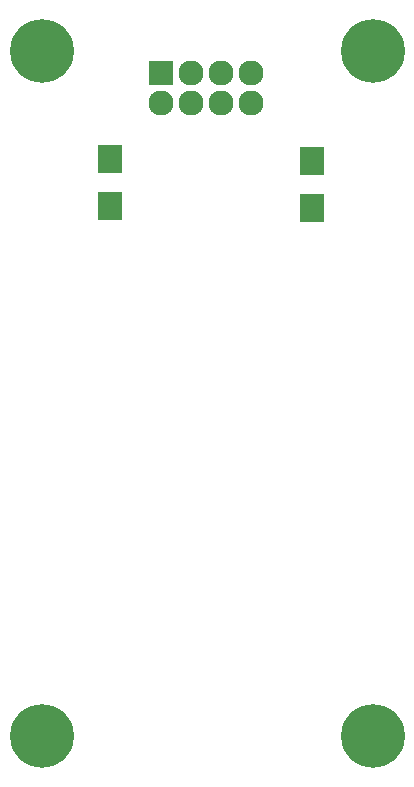
<source format=gbr>
G04 #@! TF.FileFunction,Soldermask,Bot*
%FSLAX46Y46*%
G04 Gerber Fmt 4.6, Leading zero omitted, Abs format (unit mm)*
G04 Created by KiCad (PCBNEW 4.0.2-stable) date 10.07.2016 15:03:55*
%MOMM*%
G01*
G04 APERTURE LIST*
%ADD10C,0.100000*%
%ADD11R,2.000000X2.400000*%
%ADD12R,2.127200X2.127200*%
%ADD13O,2.127200X2.127200*%
%ADD14C,5.400000*%
G04 APERTURE END LIST*
D10*
D11*
X142303500Y-101822000D03*
X142303500Y-97822000D03*
X159385000Y-101949000D03*
X159385000Y-97949000D03*
D12*
X146621500Y-90551000D03*
D13*
X146621500Y-93091000D03*
X149161500Y-90551000D03*
X149161500Y-93091000D03*
X151701500Y-90551000D03*
X151701500Y-93091000D03*
X154241500Y-90551000D03*
X154241500Y-93091000D03*
D14*
X136525000Y-88646000D03*
X164528500Y-88646000D03*
X136525000Y-146685000D03*
X164528500Y-146621500D03*
M02*

</source>
